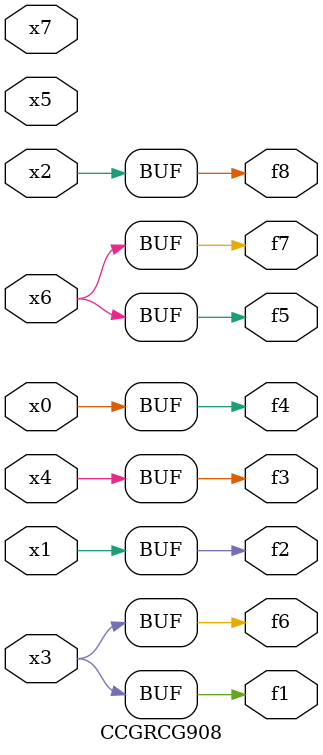
<source format=v>
module CCGRCG908(
	input x0, x1, x2, x3, x4, x5, x6, x7,
	output f1, f2, f3, f4, f5, f6, f7, f8
);
	assign f1 = x3;
	assign f2 = x1;
	assign f3 = x4;
	assign f4 = x0;
	assign f5 = x6;
	assign f6 = x3;
	assign f7 = x6;
	assign f8 = x2;
endmodule

</source>
